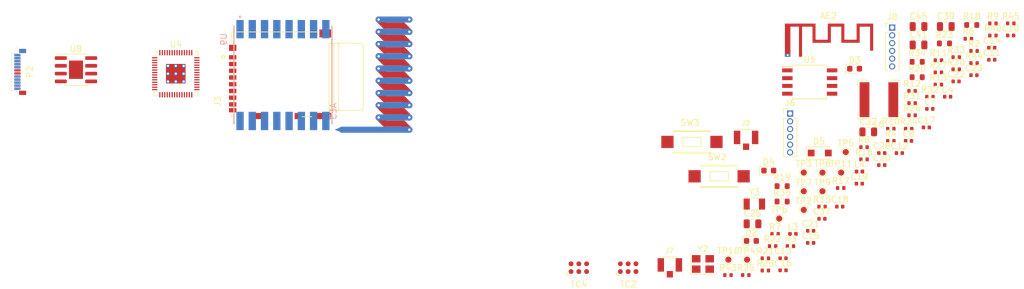
<source format=kicad_pcb>
(kicad_pcb (version 20211014) (generator pcbnew)
  (layers (0 "F.Cu" signal) (1 "In1.Cu" power) (2 "In2.Cu" power) (31 "B.Cu" signal) (34 "B.Paste" user) (35 "F.Paste" user) (36 "B.SilkS" user "B.Silkscreen") (37 "F.SilkS" user "F.Silkscreen") (38 "B.Mask" user) (39 "F.Mask" user) (44 "Edge.Cuts" user))
  (net 0 "")
  (net 1 "Net-(P2-PadA1)")
  (net 4 "Net-(P2-PadA4)")
  (net 18 "Net-(AE2-Pad1)")
  (net 19 "GND")
  (net 20 "/RF69_RF_ANT_PCB")
  (net 21 "+3V3")
  (net 22 "/LNA_IN")
  (net 23 "/XTAL_P")
  (net 24 "/RTC_XTAL_P")
  (net 25 "/RF_ANT")
  (net 26 "Net-(C21-Pad2)")
  (net 27 "/XTAL_N")
  (net 28 "/RTC_XTAL_N")
  (net 29 "/VIN")
  (net 30 "/BST")
  (net 31 "/SW")
  (net 32 "Net-(C37-Pad1)")
  (net 33 "Net-(D2-Pad1)")
  (net 34 "Net-(D3-Pad1)")
  (net 35 "Net-(D4-Pad1)")
  (net 36 "/VBAT")
  (net 37 "/RF69_RF_EXT")
  (net 38 "/SD_D2")
  (net 39 "/FSPICS0")
  (net 40 "/FSPIQ")
  (net 41 "/FSPICLK")
  (net 42 "/FSPID")
  (net 43 "/SD_D1")
  (net 44 "Net-(J3-PadSWA)")
  (net 45 "/RXD")
  (net 46 "/TXD")
  (net 48 "/CTS")
  (net 49 "/CHIP_PU")
  (net 50 "/RF_ANT_EXT")
  (net 51 "/MTCK")
  (net 52 "/MTDO")
  (net 53 "/MTMS")
  (net 54 "/MTDI")
  (net 60 "Net-(R6-Pad2)")
  (net 61 "Net-(R7-Pad2)")
  (net 62 "Net-(R8-Pad2)")
  (net 63 "/SPIHD")
  (net 64 "Net-(R9-Pad2)")
  (net 65 "/SPIWP")
  (net 66 "Net-(R10-Pad2)")
  (net 67 "/SPICLK")
  (net 68 "Net-(R11-Pad2)")
  (net 69 "/SPIQ")
  (net 70 "Net-(R12-Pad2)")
  (net 71 "/SPID")
  (net 72 "Net-(R13-Pad2)")
  (net 73 "/SPICS0")
  (net 74 "/GPIO_USB_D_N")
  (net 75 "/USB_D_N")
  (net 76 "/GPIO_USB_D_P")
  (net 77 "/USB_D_P")
  (net 78 "/LED_RED")
  (net 79 "/LED_GREEN")
  (net 80 "/PGOOD")
  (net 81 "/GPIO0_BOOTSTRAP")
  (net 82 "/GPIO45")
  (net 83 "/GPIO46")
  (net 84 "/GPIO38")
  (net 85 "/RF69_RF_ANT")
  (net 86 "/FB")
  (net 89 "/FSPICS1")
  (net 90 "/FSPICS2")
  (net 91 "/GPIO1")
  (net 92 "/GPIO2")
  (net 93 "/GPIO3")
  (net 94 "/GPIO4")
  (net 95 "/GPIO5")
  (net 96 "/GPIO6")
  (net 97 "/GPIO7")
  (net 98 "/GPIO8")
  (net 99 "/GPIO10")
  (net 100 "/GPIO11")
  (net 101 "/GPIO12")
  (net 102 "/GPIO13")
  (net 103 "/GPIO14")
  (net 104 "/GPIO_CAN_N")
  (net 105 "/GPIO_CAN_P")
  (net 106 "/GPIO21")
  (net 107 "/SPICS1")
  (net 110 "/FSPIHD")
  (footprint "Inductor_SMD:L_0402_1005Metric" (layer "F.Cu") (at 148.23 55.5)
    (fp_text reference "L3" (at 0 -1.17) (layer "F.SilkS"))
    (fp_text value "2nH")
    (pad "1" smd roundrect (at -0.485 0) (size 0.59 0.64) (layers "F.Cu" "F.Paste" "F.Mask") (net 22 "/LNA_IN"))
    (pad "2" smd roundrect (at 0.485 0) (size 0.59 0.64) (layers "F.Cu" "F.Paste" "F.Mask") (net 25 "/RF_ANT"))
  )
  (footprint "Resistor_SMD:R_0402_1005Metric" (layer "F.Cu") (at 167.67 32.13)
    (fp_text reference "R12" (at 0 -1.17) (layer "F.SilkS"))
    (fp_text value "0R")
    (pad "1" smd roundrect (at -0.51 0) (size 0.54 0.64) (layers "F.Cu" "F.Paste" "F.Mask") (net 69 "/SPIQ"))
    (pad "2" smd roundrect (at 0.51 0) (size 0.54 0.64) (layers "F.Cu" "F.Paste" "F.Mask") (net 70 "Net-(R12-Pad2)"))
  )
  (footprint "Resistor_SMD:R_0402_1005Metric" (layer "F.Cu") (at 164.2 38.31)
    (fp_text reference "R10" (at 0 -1.17) (layer "F.SilkS"))
    (fp_text value "0R")
    (pad "1" smd roundrect (at -0.51 0) (size 0.54 0.64) (layers "F.Cu" "F.Paste" "F.Mask") (net 65 "/SPIWP"))
    (pad "2" smd roundrect (at 0.51 0) (size 0.54 0.64) (layers "F.Cu" "F.Paste" "F.Mask") (net 66 "Net-(R10-Pad2)"))
  )
  (footprint "TestPoint:TestPoint_Pad_D1.0mm" (layer "F.Cu") (at 150 45.47)
    (fp_text reference "TP3" (at 0 -1.448) (layer "F.SilkS"))
    (fp_text value "VBAT_SENSE")
    (pad "1" smd circle (at 0 0) (size 1 1) (layers "F.Cu" "F.Mask") (net 84 "/GPIO38"))
  )
  (footprint "Resistor_SMD:R_0402_1005Metric" (layer "F.Cu") (at 174.87 26.61)
    (fp_text reference "R33" (at 0 -1.17) (layer "F.SilkS"))
    (fp_text value "0R")
    (pad "1" smd roundrect (at -0.51 0) (size 0.54 0.64) (layers "F.Cu" "F.Paste" "F.Mask") (net 85 "/RF69_RF_ANT"))
    (pad "2" smd roundrect (at 0.51 0) (size 0.54 0.64) (layers "F.Cu" "F.Paste" "F.Mask") (net 20 "/RF69_RF_ANT_PCB"))
  )
  (footprint "Capacitor_SMD:C_0402_1005Metric" (layer "F.Cu") (at 162.72 42.28)
    (fp_text reference "C28" (at 0 -1.16) (layer "F.SilkS"))
    (fp_text value "1uF")
    (pad "1" smd roundrect (at -0.48 0) (size 0.56 0.62) (layers "F.Cu" "F.Paste" "F.Mask") (net 21 "+3V3"))
    (pad "2" smd roundrect (at 0.48 0) (size 0.56 0.62) (layers "F.Cu" "F.Paste" "F.Mask") (net 19 "GND"))
  )
  (footprint "Crystal:Crystal_SMD_3225-4Pin_3.2x2.5mm" (layer "F.Cu") (at 133.55 60.4)
    (fp_text reference "Y2" (at 0 -2.45) (layer "F.SilkS"))
    (fp_text value "40MHZ")
    (pad "1" smd rect (at -1.1 0.85) (size 1.4 1.2) (layers "F.Cu" "F.Paste" "F.Mask") (net 23 "/XTAL_P"))
    (pad "2" smd rect (at 1.1 0.85) (size 1.4 1.2) (layers "F.Cu" "F.Paste" "F.Mask") (net 19 "GND"))
    (pad "3" smd rect (at 1.1 -0.85) (size 1.4 1.2) (layers "F.Cu" "F.Paste" "F.Mask") (net 27 "/XTAL_N"))
    (pad "4" smd rect (at -1.1 -0.85) (size 1.4 1.2) (layers "F.Cu" "F.Paste" "F.Mask") (net 19 "GND"))
  )
  (footprint "Resistor_SMD:R_0402_1005Metric" (layer "F.Cu") (at 140.54 62.22)
    (fp_text reference "R25" (at 0 -1.17) (layer "F.SilkS"))
    (fp_text value "10k")
    (pad "1" smd roundrect (at -0.51 0) (size 0.54 0.64) (layers "F.Cu" "F.Paste" "F.Mask") (net 48 "/CTS"))
    (pad "2" smd roundrect (at 0.51 0) (size 0.54 0.64) (layers "F.Cu" "F.Paste" "F.Mask") (net 81 "/GPIO0_BOOTSTRAP"))
  )
  (footprint "TestPoint:TestPoint_Pad_D1.0mm" (layer "F.Cu") (at 140.75 59.7)
    (fp_text reference "TP4" (at 0 -1.448) (layer "F.SilkS"))
    (fp_text value "3V3OUT")
    (pad "1" smd circle (at 0 0) (size 1 1) (layers "F.Cu" "F.Mask") (net 19 "GND"))
  )
  (footprint "Capacitor_SMD:C_0402_1005Metric" (layer "F.Cu") (at 152.96 53.02)
    (fp_text reference "C37" (at 0 -1.16) (layer "F.SilkS"))
    (fp_text value "1uF")
    (pad "1" smd roundrect (at -0.48 0) (size 0.56 0.62) (layers "F.Cu" "F.Paste" "F.Mask") (net 32 "Net-(C37-Pad1)"))
    (pad "2" smd roundrect (at 0.48 0) (size 0.56 0.62) (layers "F.Cu" "F.Paste" "F.Mask") (net 19 "GND"))
  )
  (footprint "TestPoint:TestPoint_Pad_D1.0mm" (layer "F.Cu") (at 150 51.57)
    (fp_text reference "TP2" (at 0 -1.448) (layer "F.SilkS"))
    (fp_text value "CHIP_PU")
    (pad "1" smd circle (at 0 0) (size 1 1) (layers "F.Cu" "F.Mask") (net 49 "/CHIP_PU"))
  )
  (footprint "Resistor_SMD:R_0402_1005Metric" (layer "F.Cu") (at 167.11 38.31)
    (fp_text reference "R24" (at 0 -1.17) (layer "F.SilkS"))
    (fp_text value "10k")
    (pad "1" smd roundrect (at -0.51 0) (size 0.54 0.64) (layers "F.Cu" "F.Paste" "F.Mask") (net 21 "+3V3"))
    (pad "2" smd roundrect (at 0.51 0) (size 0.54 0.64) (layers "F.Cu" "F.Paste" "F.Mask") (net 44 "Net-(J3-PadSWA)"))
  )
  (footprint "TestPoint:TestPoint_Pad_D1.0mm" (layer "F.Cu") (at 145.99 52.98)
    (fp_text reference "TP6" (at 0 -1.448) (layer "F.SilkS"))
    (fp_text value "MISO")
    (pad "1" smd circle (at 0 0) (size 1 1) (layers "F.Cu" "F.Mask") (net 40 "/FSPIQ"))
  )
  (footprint "Resistor_SMD:R_0402_1005Metric" (layer "F.Cu") (at 159.83 41.32)
    (fp_text reference "R8" (at 0 -1.17) (layer "F.SilkS"))
    (fp_text value "0R")
    (pad "1" smd roundrect (at -0.51 0) (size 0.54 0.64) (layers "F.Cu" "F.Paste" "F.Mask") (net 28 "/RTC_XTAL_N"))
    (pad "2" smd roundrect (at 0.51 0) (size 0.54 0.64) (layers "F.Cu" "F.Paste" "F.Mask") (net 62 "Net-(R8-Pad2)"))
  )
  (footprint "Inductor_SMD:L_0402_1005Metric" (layer "F.Cu") (at 159.08 45.3)
    (fp_text reference "L4" (at 0 -1.17) (layer "F.SilkS"))
    (fp_text value "2.2nH")
    (pad "1" smd roundrect (at -0.485 0) (size 0.59 0.64) (layers "F.Cu" "F.Paste" "F.Mask") (net 25 "/RF_ANT"))
    (pad "2" smd roundrect (at 0.485 0) (size 0.59 0.64) (layers "F.Cu" "F.Paste" "F.Mask") (net 26 "Net-(C21-Pad2)"))
  )
  (footprint "Resistor_SMD:R_0402_1005Metric" (layer "F.Cu") (at 144.92 57.49)
    (fp_text reference "R22" (at 0 -1.17) (layer "F.SilkS"))
    (fp_text value "0R")
    (pad "1" smd roundrect (at -0.51 0) (size 0.54 0.64) (layers "F.Cu" "F.Paste" "F.Mask") (net 18 "Net-(AE2-Pad1)"))
    (pad "2" smd roundrect (at 0.51 0) (size 0.54 0.64) (layers "F.Cu" "F.Paste" "F.Mask") (net 25 "/RF_ANT"))
  )
  (footprint "TestPoint:TestPoint_Pad_D1.0mm" (layer "F.Cu") (at 156.1 45.47)
    (fp_text reference "TP11" (at 0 -1.448) (layer "F.SilkS"))
    (fp_text value "CS2")
    (pad "1" smd circle (at 0 0) (size 1 1) (layers "F.Cu" "F.Mask") (net 90 "/FSPICS2"))
  )
  (footprint "Resistor_SMD:R_0603_1608Metric" (layer "F.Cu") (at 177.4 21.35)
    (fp_text reference "R18" (at 0 -1.43) (layer "F.SilkS"))
    (fp_text value "240R")
    (pad "1" smd roundrect (at -0.825 0) (size 0.8 0.95) (layers "F.Cu" "F.Paste" "F.Mask") (net 33 "Net-(D2-Pad1)"))
    (pad "2" smd roundrect (at 0.825 0) (size 0.8 0.95) (layers "F.Cu" "F.Paste" "F.Mask") (net 19 "GND"))
  )
  (footprint "Resistor_SMD:R_0402_1005Metric" (layer "F.Cu") (at 145.32 55.5)
    (fp_text reference "R7" (at 0 -1.17) (layer "F.SilkS"))
    (fp_text value "0R")
    (pad "1" smd roundrect (at -0.51 0) (size 0.54 0.64) (layers "F.Cu" "F.Paste" "F.Mask") (net 27 "/XTAL_N"))
    (pad "2" smd roundrect (at 0.51 0) (size 0.54 0.64) (layers "F.Cu" "F.Paste" "F.Mask") (net 61 "Net-(R7-Pad2)"))
  )
  (footprint "Capacitor_SMD:C_0402_1005Metric" (layer "F.Cu") (at 167.09 40.29)
    (fp_text reference "C8" (at 0 -1.16) (layer "F.SilkS"))
    (fp_text value "0.1uF")
    (pad "1" smd roundrect (at -0.48 0) (size 0.56 0.62) (layers "F.Cu" "F.Paste" "F.Mask") (net 21 "+3V3"))
    (pad "2" smd roundrect (at 0.48 0) (size 0.56 0.62) (layers "F.Cu" "F.Paste" "F.Mask") (net 19 "GND"))
  )
  (footprint "Capacitor_SMD:C_0402_1005Metric" (layer "F.Cu") (at 174.85 30.58)
    (fp_text reference "C22" (at 0 -1.16) (layer "F.SilkS"))
    (fp_text value "16pF")
    (pad "1" smd roundrect (at -0.48 0) (size 0.56 0.62) (layers "F.Cu" "F.Paste" "F.Mask") (net 27 "/XTAL_N"))
    (pad "2" smd roundrect (at 0.48 0) (size 0.56 0.62) (layers "F.Cu" "F.Paste" "F.Mask") (net 19 "GND"))
  )
  (footprint "Capacitor_SMD:C_0402_1005Metric" (layer "F.Cu") (at 170 38.09)
    (fp_text reference "C17" (at 0 -1.16) (layer "F.SilkS"))
    (fp_text value "4.6pF")
    (pad "1" smd roundrect (at -0.48 0) (size 0.56 0.62) (layers "F.Cu" "F.Paste" "F.Mask") (net 19 "GND"))
    (pad "2" smd roundrect (at 0.48 0) (size 0.56 0.62) (layers "F.Cu" "F.Paste" "F.Mask") (net 22 "/LNA_IN"))
  )
  (footprint "Capacitor_SMD:C_0402_1005Metric" (layer "F.Cu") (at 151.12 56.96)
    (fp_text reference "C15" (at 0 -1.16) (layer "F.SilkS"))
    (fp_text value "10uF")
    (pad "1" smd roundrect (at -0.48 0) (size 0.56 0.62) (layers "F.Cu" "F.Paste" "F.Mask") (net 21 "+3V3"))
    (pad "2" smd roundrect (at 0.48 0) (size 0.56 0.62) (layers "F.Cu" "F.Paste" "F.Mask") (net 19 "GND"))
  )
  (footprint "Capacitor_SMD:C_0402_1005Metric" (layer "F.Cu") (at 146.62 61.44)
    (fp_text reference "C16" (at 0 -1.16) (layer "F.SilkS"))
    (fp_text value "1uF")
    (pad "1" smd roundrect (at -0.48 0) (size 0.56 0.62) (layers "F.Cu" "F.Paste" "F.Mask") (net 21 "+3V3"))
    (pad "2" smd roundrect (at 0.48 0) (size 0.56 0.62) (layers "F.Cu" "F.Paste" "F.Mask") (net 19 "GND"))
  )
  (footprint "Connector_USB:USB_C_Plug_Molex_105444" (layer "F.Cu") (at 21.68 29.015 90)
    (fp_text reference "P2" (at 0 2.04 90) (layer "F.SilkS"))
    (fp_text value "USB_C_Plug")
    (pad "A1" smd rect (at -2.75 0.04 90) (size 0.38 1) (layers "F.Cu" "F.Paste" "F.Mask") (net 1 "Net-(P2-PadA1)"))
    (pad "A2" smd rect (at -2.25 0.04 90) (size 0.38 1) (layers "F.Cu" "F.Paste" "F.Mask"))
    (pad "A3" smd rect (at -1.75 0.04 90) (size 0.38 1) (layers "F.Cu" "F.Paste" "F.Mask"))
    (pad "A4" smd rect (at -1.25 0.04 90) (size 0.38 1) (layers "F.Cu" "F.Paste" "F.Mask") (net 4 "Net-(P2-PadA4)"))
    (pad "A5" smd rect (at -0.75 0.04 90) (size 0.38 1) (layers "F.Cu" "F.Paste" "F.Mask"))
    (pad "A6" smd rect (at -0.25 0.04 90) (size 0.38 1) (layers "F.Cu" "F.Paste" "F.Mask"))
    (pad "A7" smd rect (at 0.25 0.04 90) (size 0.38 1) (layers "F.Cu" "F.Paste" "F.Mask"))
    (pad "A8" smd rect (at 0.75 0.04 90) (size 0.38 1) (layers "F.Cu" "F.Paste" "F.Mask"))
    (pad "A9" smd rect (at 1.25 0.04 90) (size 0.38 1) (layers "F.Cu" "F.Paste" "F.Mask") (net 4 "Net-(P2-PadA4)"))
    (pad "A10" smd rect (at 1.75 0.04 90) (size 0.38 1) (layers "F.Cu" "F.Paste" "F.Mask"))
    (pad "A11" smd rect (at 2.25 0.04 90) (size 0.38 1) (layers "F.Cu" "F.Paste" "F.Mask"))
    (pad "A12" smd rect (at 2.75 0.04 90) (size 0.38 1) (layers "F.Cu" "F.Paste" "F.Mask") (net 1 "Net-(P2-PadA1)"))
    (pad "B1" smd rect (at 2.75 0.04 90) (size 0.38 1) (layers "B.Cu" "B.Paste" "B.Mask") (net 1 "Net-(P2-PadA1)"))
    (pad "B2" smd rect (at 2.25 0.04 90) (size 0.38 1) (layers "B.Cu" "B.Paste" "B.Mask"))
    (pad "B3" smd rect (at 1.75 0.04 90) (size 0.38 1) (layers "B.Cu" "B.Paste" "B.Mask"))
    (pad "B4" smd rect (at 1.25 0.04 90) (size 0.38 1) (layers "B.Cu" "B.Paste" "B.Mask") (net 4 "Net-(P2-PadA4)"))
    (pad "B5" smd rect (at 0.75 0.04 90) (size 0.38 1) (layers "B.Cu" "B.Paste" "B.Mask"))
    (pad "B8" smd rect (at -0.75 0.04 90) (size 0.38 1) (layers "B.Cu" "B.Paste" "B.Mask"))
    (pad "B9" smd rect (at -1.25 0.04 90) (size 0.38 1) (layers "B.Cu" "B.Paste" "B.Mask") (net 4 "Net-(P2-PadA4)"))
    (pad "B10" smd rect (at -1.75 0.04 90) (size 0.38 1) (layers "B.Cu" "B.Paste" "B.Mask"))
    (pad "B11" smd rect (at -2.25 0.04 90) (size 0.38 1) (layers "B.Cu" "B.Paste" "B.Mask"))
    (pad "B12" smd rect (at -2.75 0.04 90) (size 0.38 1) (layers "B.Cu" "B.Paste" "B.Mask") (net 1 "Net-(P2-PadA1)"))
    (pad "S1" smd rect (at 3.42 0.88 90) (size 0.7 1.15) (layers "B.Cu" "B.Paste" "B.Mask"))
    (pad "S1" smd rect (at -3.42 0.88 90) (size 0.7 1.15) (layers "F.Cu" "F.Paste" "F.Mask"))
  )
  (footprint "Capacitor_SMD:C_0805_2012Metric" (layer "F.Cu") (at 160.52 38.82)
    (fp_text reference "C32" (at 0 -1.68) (layer "F.SilkS"))
    (fp_text value "0.1uF")
    (pad "1" smd roundrect (at -0.95 0) (size 1 1.45) (layers "F.Cu" "F.Paste" "F.Mask") (net 30 "/BST"))
    (pad "2" smd roundrect (at 0.95 0) (size 1 1.45) (layers "F.Cu" "F.Paste" "F.Mask") (net 31 "/SW"))
  )
  (footprint "Capacitor_SMD:C_0402_1005Metric" (layer "F.Cu") (at 165.59 42.28)
    (fp_text reference "C12" (at 0 -1.16) (layer "F.SilkS"))
    (fp_text value "10uF")
    (pad "1" smd roundrect (at -0.48 0) (size 0.56 0.62) (layers "F.Cu" "F.Paste" "F.Mask") (net 21 "+3V3"))
    (pad "2" smd roundrect (at 0.48 0) (size 0.56 0.62) (layers "F.Cu" "F.Paste" "F.Mask") (net 19 "GND"))
  )
  (footprint "LED_SMD:LED_0603_1608Metric" (layer "F.Cu") (at 158.29 28.49)
    (fp_text reference "D3" (at 0 -1.43) (layer "F.SilkS"))
    (fp_text value "RED")
    (pad "1" smd roundrect (at -0.7875 0) (size 0.875 0.95) (layers "F.Cu" "F.Paste" "F.Mask") (net 34 "Net-(D3-Pad1)"))
    (pad "2" smd roundrect (at 0.7875 0) (size 0.875 0.95) (layers "F.Cu" "F.Paste" "F.Mask") (net 21 "+3V3"))
  )
  (footprint "Capacitor_SMD:C_0402_1005Metric" (layer "F.Cu") (at 170.56 35.06)
    (fp_text reference "C7" (at 0 -1.16) (layer "F.SilkS"))
    (fp_text value "0.1uF")
    (pad "1" smd roundrect (at -0.48 0) (size 0.56 0.62) (layers "F.Cu" "F.Paste" "F.Mask") (net 21 "+3V3"))
    (pad "2" smd roundrect (at 0.48 0) (size 0.56 0.62) (layers "F.Cu" "F.Paste" "F.Mask") (net 19 "GND"))
  )
  (footprint "Connector:Tag-Connect_TC2030-IDC-NL_2x03_P1.27mm_Vertical" (layer "F.Cu") (at 113.3 61.01)
    (fp_text reference "TC4" (at 0 2.7) (layer "F.SilkS"))
    (fp_text value "TC2030-IDC")
    (pad "" np_thru_hole circle (at 2.54 1.016) (size 0.9906 0.9906) (drill 0.9906) (layers *.Cu *.Mask))
    (pad "" np_thru_hole circle (at 2.54 -1.016) (size 0.9906 0.9906) (drill 0.9906) (layers *.Cu *.Mask))
    (pad "" np_thru_hole circle (at -2.54 0) (size 0.9906 0.9906) (drill 0.9906) (layers *.Cu *.Mask))
    (pad "1" connect circle (at -1.27 0.635) (size 0.7874 0.7874) (layers "F.Cu" "F.Mask"))
    (pad "2" connect circle (at -1.27 -0.635) (size 0.7874 0.7874) (layers "F.Cu" "F.Mask") (net 53 "/MTMS"))
    (pad "3" connect circle (at 0 0.635) (size 0.7874 0.7874) (layers "F.Cu" "F.Mask") (net 54 "/MTDI"))
    (pad "4" connect circle (at 0 -0.635) (size 0.7874 0.7874) (layers "F.Cu" "F.Mask") (net 51 "/MTCK"))
    (pad "5" connect circle (at 1.27 0.635) (size 0.7874 0.7874) (layers "F.Cu" "F.Mask") (net 19 "GND"))
    (pad "6" connect circle (at 1.27 -0.635) (size 0.7874 0.7874) (layers "F.Cu" "F.Mask") (net 52 "/MTDO"))
  )
  (footprint "Resistor_SMD:R_0402_1005Metric" (layer "F.Cu") (at 177.78 27.58)
    (fp_text reference "R44" (at 0 -1.17) (layer "F.SilkS"))
    (fp_text value "10k")
    (pad "1" smd roundrect (at -0.51 0) (size 0.54 0.64) (layers "F.Cu" "F.Paste" "F.Mask") (net 21 "+3V3"))
    (pad "2" smd roundrect (at 0.51 0) (size 0.54 0.64) (layers "F.Cu" "F.Paste" "F.Mask") (net 43 "/SD_D1"))
  )
  (footprint "Resistor_SMD:R_0402_1005Metric" (layer "F.Cu") (at 183.77 21.09)
    (fp_text reference "R45" (at 0 -1.17) (layer "F.SilkS"))
    (fp_text value "10k")
    (pad "1" smd roundrect (at -0.51 0) (size 0.54 0.64) (layers "F.Cu" "F.Paste" "F.Mask") (net 21 "+3V3"))
    (pad "2" smd roundrect (at 0.51 0) (size 0.54 0.64) (layers "F.Cu" "F.Paste" "F.Mask") (net 38 "/SD_D2"))
  )
  (footprint "Capacitor_SMD:C_0805_2012Metric" (layer "F.Cu") (at 141.64 53.84)
    (fp_text reference "C25" (at 0 -1.68) (layer "F.SilkS"))
    (fp_text value "10uF")
    (pad "1" smd roundrect (at -0.95 0) (size 1 1.45) (layers "F.Cu" "F.Paste" "F.Mask") (net 19 "GND"))
    (pad "2" smd roundrect (at 0.95 0) (size 1 1.45) (layers "F.Cu" "F.Paste" "F.Mask") (net 29 "/VIN"))
  )
  (footprint "Diode_SMD:D_SOD-123F" (layer "F.Cu") (at 152.605 42.27)
    (fp_text reference "D5" (at -0.127 -1.905) (layer "F.SilkS"))
    (fp_text value "D_Small")
    (pad "1" smd rect (at -1.4 0) (size 1.1 1.1) (layers "F.Cu" "F.Paste" "F.Mask") (net 29 "/VIN"))
    (pad "2" smd rect (at 1.4 0) (size 1.1 1.1) (layers "F.Cu" "F.Paste" "F.Mask") (net 36 "/VBAT"))
  )
  (footprint "Resistor_SMD:R_0402_1005Metric" (layer "F.Cu") (at 167.67 36.11)
    (fp_text reference "R26" (at 0 -1.17) (layer "F.SilkS"))
    (fp_text value "10k")
    (pad "1" smd roundrect (at -0.51 0) (size 0.54 0.64) (layers "F.Cu" "F.Paste" "F.Mask") (net 82 "/GPIO45"))
    (pad "2" smd roundrect (at 0.51 0) (size 0.54 0.64) (layers "F.Cu" "F.Paste" "F.Mask") (net 19 "GND"))
  )
  (footprint "Resistor_SMD:R_0402_1005Metric" (layer "F.Cu") (at 137.63 62.22)
    (fp_text reference "R43" (at 0 -1.17) (layer "F.SilkS"))
    (fp_text value "10k")
    (pad "1" smd roundrect (at -0.51 0) (size 0.54 0.64) (layers "F.Cu" "F.Paste" "F.Mask") (net 21 "+3V3"))
    (pad "2" smd roundrect (at 0.51 0) (size 0.54 0.64) (layers "F.Cu" "F.Paste" "F.Mask") (net 40 "/FSPIQ"))
  )
  (footprint "Capacitor_SMD:C_0402_1005Metric" (layer "F.Cu") (at 146.62 59.47)
    (fp_text reference "C13" (at 0 -1.16) (layer "F.SilkS"))
    (fp_text value "1uF")
    (pad "1" smd roundrect (at -0.48 0) (size 0.56 0.62) (layers "F.Cu" "F.Paste" "F.Mask") (net 21 "+3V3"))
    (pad "2" smd roundrect (at 0.48 0) (size 0.56 0.62) (layers "F.Cu" "F.Paste" "F.Mask") (net 19 "GND"))
  )
  (footprint "Resistor_SMD:R_0402_1005Metric" (layer "F.Cu") (at 180.86 21.09)
    (fp_text reference "R9" (at 0 -1.17) (layer "F.SilkS"))
    (fp_text value "0R")
    (pad "1" smd roundrect (at -0.51 0) (size 0.54 0.64) (layers "F.Cu" "F.Paste" "F.Mask") (net 63 "/SPIHD"))
    (pad "2" smd roundrect (at 0.51 0) (size 0.54 0.64) (layers "F.Cu" "F.Paste" "F.Mask") (net 64 "Net-(R9-Pad2)"))
  )
  (footprint "TestPoint:TestPoint_Pad_D1.0mm" (layer "F.Cu") (at 150 48.52)
    (fp_text reference "TP7" (at 0 -1.448) (layer "F.SilkS"))
    (fp_text value "3V3OUT")
    (pad "1" smd circle (at 0 0) (size 1 1) (layers "F.Cu" "F.Mask") (net 21 "+3V3"))
  )
  (footprint "Resistor_SMD:R_0402_1005Metric" (layer "F.Cu") (at 152.98 51.04)
    (fp_text reference "R15" (at 0 -1.17) (layer "F.SilkS"))
    (fp_text value "100k")
    (pad "1" smd roundrect (at -0.51 0) (size 0.54 0.64) (layers "F.Cu" "F.Paste" "F.Mask") (net 21 "+3V3"))
    (pad "2" smd roundrect (at 0.51 0) (size 0.54 0.64) (layers "F.Cu" "F.Paste" "F.Mask") (net 73 "/SPICS0"))
  )
  (footprint "ConeCodes:SW_RS-032G05A3-SMRT" (layer "F.Cu") (at 131.7585 40.4585)
    (fp_text reference "SW3" (at -0.32559 -3.14077) (layer "F.SilkS") (effects (font (size 1.001843 1.001843))))
    (fp_text value "SW_Push")
    (pad "1" smd rect (at -4 0) (size 2 2) (layers "F.Cu" "F.Paste" "F.Mask") (net 81 "/GPIO0_BOOTSTRAP"))
    (pad "2" smd rect (at 4 0) (size 2 2) (layers "F.Cu" "F.Paste" "F.Mask") (net 19 "GND"))
  )
  (footprint "Resistor_SMD:R_0402_1005Metric" (layer "F.Cu") (at 147.83 57.49)
    (fp_text reference "R3" (at 0 -1.17) (layer "F.SilkS"))
    (fp_text value "R_Small")
    (pad "1" smd roundrect (at -0.51 0) (size 0.54 0.64) (layers "F.Cu" "F.Paste" "F.Mask"))
    (pad "2" smd roundrect (at 0.51 0) (size 0.54 0.64) (layers "F.Cu" "F.Paste" "F.Mask"))
  )
  (footprint "Resistor_SMD:R_0402_1005Metric" (layer "F.Cu") (at 180.86 23.08)
    (fp_text reference "R40" (at 0 -1.17) (layer "F.SilkS"))
    (fp_text value "10k")
    (pad "1" smd roundrect (at -0.51 0) (size 0.54 0.64) (layers "F.Cu" "F.Paste" "F.Mask") (net 21 "+3V3"))
    (pad "2" smd roundrect (at 0.51 0) (size 0.54 0.64) (layers "F.Cu" "F.Paste" "F.Mask") (net 42 "/FSPID"))
  )
  (footprint "Resistor_SMD:R_0402_1005Metric" (layer "F.Cu") (at 177.78 25.59)
    (fp_text reference "R2" (at 0 -1.17) (layer "F.SilkS"))
    (fp_text value "R_Small")
    (pad "1" smd roundrect (at -0.51 0) (size 0.54 0.64) (layers "F.Cu" "F.Paste" "F.Mask"))
    (pad "2" smd roundrect (at 0.51 0) (size 0.54 0.64) (layers "F.Cu" "F.Paste" "F.Mask"))
  )
  (footprint "Resistor_SMD:R_0402_1005Metric" (layer "F.Cu") (at 143.73 59.48)
    (fp_text reference "R21" (at 0 -1.17) (layer "F.SilkS"))
    (fp_text value "DNP")
    (pad "1" smd roundrect (at -0.51 0) (size 0.54 0.64) (layers "F.Cu" "F.Paste" "F.Mask") (net 24 "/RTC_XTAL_P"))
    (pad "2" smd roundrect (at 0.51 0) (size 0.54 0.64) (layers "F.Cu" "F.Paste" "F.Mask") (net 28 "/RTC_XTAL_N"))
  )
  (footprint "Resistor_SMD:R_0402_1005Metric" (layer "F.Cu") (at 171.96 27.11)
    (fp_text reference "R11" (at 0 -1.17) (layer "F.SilkS"))
    (fp_text value "0R")
    (pad "1" smd roundrect (at -0.51 0) (size 0.54 0.64) (layers "F.Cu" "F.Paste" "F.Mask") (net 67 "/SPICLK"))
    (pad "2" smd roundrect (at 0.51 0) (size 0.54 0.64) (layers "F.Cu" "F.Paste" "F.Mask") (net 68 "Net-(R11-Pad2)"))
  )
  (footprint "Capacitor_SMD:C_0402_1005Metric" (layer "F.Cu") (at 173.47 33.07)
    (fp_text reference "C4" (at 0 -1.16) (layer "F.SilkS"))
    (fp_text value "0.1uF")
    (pad "1" smd roundrect (at -0.48 0) (size 0.56 0.62) (layers "F.Cu" "F.Paste" "F.Mask") (net 21 "+3V3"))
    (pad "2" smd roundrect (at 0.48 0) (size 0.56 0.62) (layers "F.Cu" "F.Paste" "F.Mask") (net 19 "GND"))
  )
  (footprint "Resistor_SMD:R_0402_1005Metric" (layer "F.Cu") (at 176.85 23.6)
    (fp_text reference "R6" (at 0 -1.17) (layer "F.SilkS"))
    (fp_text value "499R")
    (pad "1" smd roundrect (at -0.51 0) (size 0.54 0.64) (layers "F.Cu" "F.Paste" "F.Mask") (net 45 "/RXD"))
    (pad "2" smd roundrect (at 0.51 0) (size 0.54 0.64) (layers "F.Cu" "F.Paste" "F.Mask") (net 60 "Net-(R6-Pad2)"))
  )
  (footprint "Resistor_SMD:R_0603_1608Metric" (layer "F.Cu") (at 172.95 24.36)
    (fp_text reference "R23" (at 0 -1.43) (layer "F.SilkS"))
    (fp_text value "10k")
    (pad "1" smd roundrect (at -0.825 0) (size 0.8 0.95) (layers "F.Cu" "F.Paste" "F.Mask") (net 29 "/VIN"))
    (pad "2" smd roundrect (at 0.825 0) (size 0.8 0.95) (layers "F.Cu" "F.Paste" "F.Mask") (net 80 "/PGOOD"))
  )
  (footprint "TestPoint:TestPoint_Pad_D1.0mm" (layer "F.Cu") (at 153.05 45.47)
    (fp_text reference "TP8" (at 0 -1.448) (layer "F.SilkS"))
    (fp_text value "SCLK")
    (pad "1" smd circle (at 0 0) (size 1 1) (layers "F.Cu" "F.Mask") (net 41 "/FSPICLK"))
  )
  (footprint "Resistor_SMD:R_0603_1608Metric" (layer "F.Cu") (at 168.5 29.88)
    (fp_text reference "R20" (at 0 -1.43) (layer "F.SilkS"))
    (fp_text value "240R")
    (pad "1" smd roundrect (at -0.825 0) (size 0.8 0.95) (layers "F.Cu" "F.Paste" "F.Mask") (net 35 "Net-(D4-Pad1)"))
    (pad "2" smd roundrect (at 0.825 0) (size 0.8 0.95) (layers "F.Cu" "F.Paste" "F.Mask") (net 79 "/LED_GREEN"))
  )
  (footprint "LED_SMD:LED_0603_1608Metric" (layer "F.Cu") (at 141.46 56.64)
    (fp_text reference "D2" (at 0 -1.43) (layer "F.SilkS"))
    (fp_text value "GRN")
    (pad "1" smd roundrect (at -0.7875 0) (size 0.875 0.95) (layers "F.Cu" "F.Paste" "F.Mask") (net 33 "Net-(D2-Pad1)"))
    (pad "2" smd roundrect (at 0.7875 0) (size 0.875 0.95) (layers "F.Cu" "F.Paste" "F.Mask") (net 21 "+3V3"))
  )
  (footprint "Package_SO:SOIC-8-1EP_3.9x4.9mm_P1.27mm_EP2.29x3mm" (layer "F.Cu") (at 31.27 28.66)
    (fp_text reference "U8" (at 0 -3.4) (layer "F.SilkS"))
    (fp_text value "ADP2303ARDZ-3.3")
    (pad "1" smd roundrect (at -2.475 -1.905) (size 1.95 0.6) (layers "F.Cu" "F.Paste" "F.Mask") (net 30 "/BST"))
    (pad "2" smd roundrect (at -2.475 -0.635) (size 1.95 0.6) (layers "F.Cu" "F.Paste" "F.Mask") (net 29 "/VIN"))
    (pad "3" smd roundrect (at -2.475 0.635) (size 1.95 0.6) (layers "F.Cu" "F.Paste" "F.Mask") (net 29 "/VIN"))
    (pad "4" smd roundrect (at -2.475 1.905) (size 1.95 0.6) (layers "F.Cu" "F.Paste" "F.Mask") (net 80 "/PGOOD"))
    (pad "5" smd roundrect (at 2.475 1.905) (size 1.95 0.6) (layers "F.Cu" "F.Paste" "F.Mask") (net 86 "/FB"))
    (pad "6" smd roundrect (at 2.475 0.635) (size 1.95 0.6) (layers "F.Cu" "F.Paste" "F.Mask"))
    (pad "7" smd roundrect (at 2.475 -0.635) (size 1.95 0.6) (layers "F.Cu" "F.Paste" "F.Mask") (net 19 "GND"))
    (pad "8" smd roundrect (at 2.475 -1.905) (size 1.95 0.6) (layers "F.Cu" "F.Paste" "F.Mask") (net 31 "/SW"))
    (pad "9" smd rect (at 0 0) (size 2.29 3) (layers "F.Cu" "F.Mask") (net 19 "GND"))
  )
  (footprint "Resistor_SMD:R_0402_1005Metric" (layer "F.Cu") (at 170.58 33.08)
    (fp_text reference "R32" (at 0 -1.17) (layer "F.SilkS"))
    (fp_text value "0R")
    (pad "1" smd roundrect (at -0.51 0) (size 0.54 0.64) (layers "F.Cu" "F.Paste" "F.Mask") (net 85 "/RF69_RF_ANT"))
    (pad "2" smd roundrect (at 0.51 0) (size 0.54 0.64) (layers "F.Cu" "F.Paste" "F.Mask") (net 37 "/RF69_RF_EXT"))
  )
  (footprint "Resistor_SMD:R_0402_1005Metric" (layer "F.Cu") (at 171.96 31.09)
    (fp_text reference "R13" (at 0 -1.17) (layer "F.SilkS"))
    (fp_text value "0R")
    (pad "1" smd roundrect (at -0.51 0) (size 0.54 0.64) (layers "F.Cu" "F.Paste" "F.Mask") (net 71 "/SPID"))
    (pad "2" smd roundrect (at 0.51 0) (size 0.54 0.64) (layers "F.Cu" "F.Paste" "F.Mask") (net 72 "Net-(R13-Pad2)"))
  )
  (footprint "Package_SO:SOIC-8W_5.3x5.3mm_P1.27mm" (layer "F.Cu") (at 150.97 30.67)
    (fp_text reference "U5" (at 0 -3.68) (layer "F.SilkS"))
    (fp_text value "W25Q128JVS")
    (pad "1" smd rect (at -3.65 -1.905) (size 1.7 0.65) (layers "F.Cu" "F.Paste" "F.Mask") (net 73 "/SPICS0"))
    (pad "2" smd rect (at -3.65 -0.635) (size 1.7 0.65) (layers "F.Cu" "F.Paste" "F.Mask") (net 69 "/SPIQ"))
    (pad "3" smd rect (at -3.65 0.635) (size 1.7 0.65) (layers "F.Cu" "F.Paste" "F.Mask") (net 65 "/SPIWP"))
    (pad "4" smd rect (at -3.65 1.905) (size 1.7 0.65) (layers "F.Cu" "F.Paste" "F.Mask") (net 19 "GND"))
    (pad "5" smd rect (at 3.65 1.905) (size 1.7 0.65) (layers "F.Cu" "F.Paste" "F.Mask") (net 71 "/SPID"))
    (pad "6" smd rect (at 3.65 0.635) (size 1.7 0.65) (layers "F.Cu" "F.Paste" "F.Mask") (net 67 "/SPICLK"))
    (pad "7" smd rect (at 3.65 -0.635) (size 1.7 0.65) (layers "F.Cu" "F.Paste" "F.Mask") (net 63 "/SPIHD"))
    (pad "8" smd rect (at 3.65 -1.905) (size 1.7 0.65) (layers "F.Cu" "F.Paste" "F.Mask") (net 21 "+3V3"))
  )
  (footprint "ConeCodes:HRS_DM3AT-SF-PEJM5" (layer "F.Cu") (at 56.835 29.83 90)
    (fp_text reference "J3" (at -3.98677 -2.43602 90) (layer "F.SilkS") (effects (font (size 1.001528 1.001528))))
    (fp_text value "DM3AT-SF-PEJM5")
    (pad "1" smd rect (at 3.2 0 90) (size 0.7 1.2) (layers "F.Cu" "F.Paste" "F.Mask") (net 38 "/SD_D2"))
    (pad "2" smd rect (at 2.1 0 90) (size 0.7 1.2) (layers "F.Cu" "F.Paste" "F.Mask") (net 39 "/FSPICS0"))
    (pad "3" smd rect (at 1 0 90) (size 0.7 1.2) (layers "F.Cu" "F.Paste" "F.Mask") (net 40 "/FSPIQ"))
    (pad "4" smd rect (at -0.1 0 90) (size 0.7 1.2) (layers "F.Cu" "F.Paste" "F.Mask") (net 21 "+3V3"))
    (pad "5" smd rect (at -1.2 0 90) (size 0.7 1.2) (layers "F.Cu" "F.Paste" "F.Mask") (net 41 "/FSPICLK"))
    (pad "6" smd rect (at -2.3 0 90) (size 0.7 1.2) (layers "F.Cu" "F.Paste" "F.Mask") (net 19 "GND"))
    (pad "7" smd rect (at -3.4 0 90) (size 0.7 1.2) (layers "F.Cu" "F.Paste" "F.Mask") (net 42 "/FSPID"))
    (pad "8" smd rect (at -4.5 0 90) (size 0.7 1.2) (layers "F.Cu" "F.Paste" "F.Mask") (net 43 "/SD_D1"))
    (pad "P1" smd rect (at 7.1 15.1 90) (size 1.3 1.9) (layers "F.Cu" "F.Paste" "F.Mask") (net 19 "GND"))
    (pad "P1" smd rect (at -6.4 14.65 90) (size 1 2.8) (layers "F.Cu" "F.Paste" "F.Mask") (net 19 "GND"))
    (pad "P1" smd rect (at 4.75 0 90) (size 1 1.2) (layers "F.Cu" "F.Paste" "F.Mask") (net 19 "GND"))
    (pad "P1" smd rect (at -6.4 4.3 90) (size 1 1.2) (layers "F.Cu" "F.Paste" "F.Mask") (net 19 "GND"))
    (pad "SWA" smd rect (at -6.4 10.5 90) (size 1 0.8) (layers "F.Cu" "F.Paste" "F.Mask") (net 44 "Net-(J3-PadSWA)"))
    (pad "SWB" smd rect (at -5.45 0 90) (size 0.7 1.2) (layers "F.Cu" "F.Paste" "F.Mask") (net 19 "GND"))
  )
  (footprint "ConeCodes:SW_RS-032G05A3-SMRT" (layer "F.Cu") (at 136.1885 46.0785)
    (fp_text reference "SW2" (at -0.32559 -3.14077) (layer "F.SilkS") (effects (font (size 1.001843 1.001843))))
    (fp_text value "SW_Push")
    (pad "1" smd rect (at -4 0) (size 2 2) (layers "F.Cu" "F.Paste" "F.Mask") (net 49 "/CHIP_PU"))
    (pad "2" smd rect (at 4 0) (size 2 2) (layers "F.Cu" "F.Paste" "F.Mask") (net 32 "Net-(C37-Pad1)"))
  )
  (footprint "Capacitor_SMD:C_0805_2012Metric" (layer "F.Cu") (at 168.72 21.6)
    (fp_text reference "C45" (at 0 -1.68) (layer "F.SilkS"))
    (fp_text value "10uF")
    (pad "1" smd roundrect (at -0.95 0) (size 1 1.45) (layers "F.Cu" "F.Paste" "F.Mask") (net 19 "GND"))
    (pad "2" smd roundrect (at 0.95 0) (size 1 1.45) (layers "F.Cu" "F.Paste" "F.Mask") (net 21 "+3V3"))
  )
  (footprint "Resistor_SMD:R_0402_1005Metric" (layer "F.Cu") (at 171.96 29.1)
    (fp_text reference "R27" (at 0 -1.17) (layer "F.SilkS"))
    (fp_text value "10k")
    (pad "1" smd roundrect (at -0.51 0) (size 0.54 0.64) (layers "F.Cu" "F.Paste" "F.Mask") (net 83 "/GPIO46"))
    (pad "2" smd roundrect (at 0.51 0) (size 0.54 0.64) (layers "F.Cu" "F.Paste" "F.Mask") (net 19 "GND"))
  )
  (footprint "Connector_PinHeader_1.27mm:PinHeader_1x06_P1.27mm_Vertical" (layer "F.Cu") (at 164.42 21.77)
    (fp_text reference "J8" (at 0 -1.695) (layer "F.SilkS"))
    (fp_text value "JTAG")
    (pad "1" thru_hole rect (at 0 0) (size 1 1) (drill 0.65) (layers *.Cu *.Mask) (net 51 "/MTCK"))
    (pad "2" thru_hole oval (at 0 1.27) (size 1 1) (drill 0.65) (layers *.Cu *.Mask) (net 52 "/MTDO"))
    (pad "3" thru_hole oval (at 0 2.54) (size 1 1) (drill 0.65) (layers *.Cu *.Mask) (net 53 "/MTMS"))
    (pad "4" thru_hole oval (at 0 3.81) (size 1 1) (drill 0.65) (layers *.Cu *.Mask) (net 54 "/MTDI"))
    (pad "5" thru_hole oval (at 0 5.08) (size 1 1) (drill 0.65) (layers *.Cu *.Mask) (net 19 "GND"))
    (pad "6" thru_hole oval (at 0 6.35) (size 1 1) (drill 0.65) (layers *.Cu *.Mask))
  )
  (footprint "ConeCodes:QFN-56" (layer "F.Cu") (at 47.55 29.31)
    (fp_text reference "U4" (at 0 -4.82) (layer "F.SilkS"))
    (fp_text value "ESP32-S3R2")
    (pad "1" smd roundrect (at -3.4375 -2.6) (size 0.875 0.2) (layers "F.Cu" "F.Paste" "F.Mask") (net 22 "/LNA_IN"))
    (pad "2" smd roundrect (at -3.4375 -2.2) (size 0.875 0.2) (layers "F.Cu" "F.Paste" "F.Mask") (net 21 "+3V3"))
    (pad "3" smd roundrect (at -3.4375 -1.8) (size 0.875 0.2) (layers "F.Cu" "F.Paste" "F.Mask") (net 21 "+3V3"))
    (pad "4" smd roundrect (at -3.4375 -1.4) (size 0.875 0.2) (layers "F.Cu" "F.Paste" "F.Mask") (net 49 "/CHIP_PU"))
    (pad "5" smd roundrect (at -3.4375 -1) (size 0.875 0.2) (layers "F.Cu" "F.Paste" "F.Mask") (net 48 "/CTS"))
    (pad "6" smd roundrect (at -3.4375 -0.6) (size 0.875 0.2) (layers "F.Cu" "F.Paste" "F.Mask") (net 91 "/GPIO1"))
    (pad "7" smd roundrect (at -3.4375 -0.2) (size 0.875 0.2) (layers "F.Cu" "F.Paste" "F.Mask") (net 92 "/GPIO2"))
    (pad "8" smd roundrect (at -3.4375 0.2) (size 0.875 0.2) (layers "F.Cu" "F.Paste" "F.Mask") (net 93 "/GPIO3"))
    (pad "9" smd roundrect (at -3.4375 0.6) (size 0.875 0.2) (layers "F.Cu" "F.Paste" "F.Mask") (net 94 "/GPIO4"))
    (pad "10" smd roundrect (at -3.4375 1) (size 0.875 0.2) (layers "F.Cu" "F.Paste" "F.Mask") (net 95 "/GPIO5"))
    (pad "11" smd roundrect (at -3.4375 1.4) (size 0.875 0.2) (layers "F.Cu" "F.Paste" "F.Mask") (net 96 "/GPIO6"))
    (pad "12" smd roundrect (at -3.4375 1.8) (size 0.875 0.2) (layers "F.Cu" "F.Paste" "F.Mask") (net 97 "/GPIO7"))
    (pad "13" smd roundrect (at -3.4375 2.2) (size 0.875 0.2) (layers "F.Cu" "F.Paste" "F.Mask") (net 98 "/GPIO8"))
    (pad "14" smd roundrect (at -3.4375 2.6) (size 0.875 0.2) (layers "F.Cu" "F.Paste" "F.Mask") (net 89 "/FSPICS1"))
    (pad "15" smd roundrect (at -2.6 3.4375) (size 0.2 0.875) (layers "F.Cu" "F.Paste" "F.Mask") (net 99 "/GPIO10"))
    (pad "16" smd roundrect (at -2.2 3.4375) (size 0.2 0.875) (layers "F.Cu" "F.Paste" "F.Mask") (net 100 "/GPIO11"))
    (pad "17" smd roundrect (at -1.8 3.4375) (size 0.2 0.875) (layers "F.Cu" "F.Paste" "F.Mask") (net 101 "/GPIO12"))
    (pad "18" smd roundrect (at -1.4 3.4375) (size 0.2 0.875) (layers "F.Cu" "F.Paste" "F.Mask") (net 102 "/GPIO13"))
    (pad "19" smd roundrect (at -1 3.4375) (size 0.2 0.875) (layers "F.Cu" "F.Paste" "F.Mask") (net 103 "/GPIO14"))
    (pad "20" smd roundrect (at -0.6 3.4375) (size 0.2 0.875) (layers "F.Cu" "F.Paste" "F.Mask") (net 21 "+3V3"))
    (pad "21" smd roundrect (at -0.2 3.4375) (size 0.2 0.875) (layers "F.Cu" "F.Paste" "F.Mask") (net 24 "/RTC_XTAL_P"))
    (pad "22" smd roundrect (at 0.2 3.4375) (size 0.2 0.875) (layers "F.Cu" "F.Paste" "F.Mask") (net 62 "Net-(R8-Pad2)"))
    (pad "23" smd roundrect (at 0.6 3.4375) (size 0.2 0.875) (layers "F.Cu" "F.Paste" "F.Mask") (net 104 "/GPIO_CAN_N"))
    (pad "24" smd roundrect (at 1 3.4375) (size 0.2 0.875) (layers "F.Cu" "F.Paste" "F.Mask") (net 105 "/GPIO_CAN_P"))
    (pad "25" smd roundrect (at 1.4 3.4375) (size 0.2 0.875) (layers "F.Cu" "F.Paste" "F.Mask") (net 74 "/GPIO_USB_D_N"))
    (pad "26" smd roundrect (at 1.8 3.4375) (size 0.2 0.875) (layers "F.Cu" "F.Paste" "F.Mask") (net 76 "/GPIO_USB_D_P"))
    (pad "27" smd roundrect (at 2.2 3.4375) (size 0.2 0.875) (layers "F.Cu" "F.Paste" "F.Mask") (net 106 "/GPIO21"))
    (pad "28" smd roundrect (at 2.6 3.4375) (size 0.2 0.875) (layers "F.Cu" "F.Paste" "F.Mask") (net 107 "/SPICS1"))
    (pad "29" smd roundrect (at 3.4375 2.6) (size 0.875 0.2) (layers "F.Cu" "F.Paste" "F.Mask") (net 21 "+3V3"))
    (pad "30" smd roundrect (at 3.4375 2.2) (size 0.875 0.2) (layers "F.Cu" "F.Paste" "F.Mask") (net 64 "Net-(R9-Pad2)"))
    (pad "31" smd roundrect (at 3.4375 1.8) (size 0.875 0.2) (layers "F.Cu" "F.Paste" "F.Mask") (net 66 "Net-(R10-Pad2)"))
    (pad "32" smd roundrect (at 3.4375 1.4) (size 0.875 0.2) (layers "F.Cu" "F.Paste" "F.Mask") (net 73 "/SPICS0"))
    (pad "33" smd roundrect (at 3.4375 1) (size 0.875 0.2) (layers "F.Cu" "F.Paste" "F.Mask") (net 68 "Net-(R11-Pad2)"))
    (pad "34" smd roundrect (at 3.4375 0.6) (size 0.875 0.2) (layers "F.Cu" "F.Paste" "F.Mask") (net 70 "Net-(R12-Pad2)"))
    (pad "35" smd roundrect (at 3.4375 0.2) (size 0.875 0.2) (layers "F.Cu" "F.Paste" "F.Mask") (net 72 "Net-(R13-Pad2)"))
    (pad "36" smd roundrect (at 3.4375 -0.2) (size 0.875 0.2) (layers "F.Cu" "F.Paste" "F.Mask"))
    (pad "37" smd roundrect (at 3.4375 -0.6) (size 0.875 0.2) (layers "F.Cu" "F.Paste" "F.Mask"))
    (pad "38" smd roundrect (at 3.4375 -1) (size 0.875 0.2) (layers "F.Cu" "F.Paste" "F.Mask") (net 110 "/FSPIHD"))
    (pad "39" smd roundrect (at 3.4375 -1.4) (size 0.875 0.2) (layers "F.Cu" "F.Paste" "F.Mask") (net 39 "/FSPICS0"))
    (pad "40" smd roundrect (at 3.4375 -1.8) (size 0.875 0.2) (layers "F.Cu" "F.Paste" "F.Mask") (net 42 "/FSPID"))
    (pad "41" smd roundrect (at 3.4375 -2.2) (size 0.875 0.2) (layers "F.Cu" "F.Paste" "F.Mask") (net 41 "/FSPICLK"))
    (pad "42" smd roundrect (at 3.4375 -2.6) (size 0.875 0.2) (layers "F.Cu" "F.Paste" "F.Mask") (net 40 "/FSPIQ"))
    (pad "43" smd roundrect (at 2.6 -3.4375) (size 0.2 0.875) (layers "F.Cu" "F.Paste" "F.Mask") (net 84 "/GPIO38"))
    (pad "44" smd roundrect (at 2.2 -3.4375) (size 0.2 0.875) (layers "F.Cu" "F.Paste" "F.Mask") (net 51 "/MTCK"))
    (pad "45" smd roundrect (at 1.8 -3.4375) (size 0.2 0.875) (layers "F.Cu" "F.Paste" "F.Mask") (net 52 "/MTDO"))
    (pad "46" smd roundrect (at 1.4 -3.4375) (size 0.2 0.875) (layers "F.Cu" "F.Paste" "F.Mask") (net 21 "+3V3"))
    (pad "47" smd roundrect (at 1 -3.4375) (size 0.2 0.875) (layers "F.Cu" "F.Paste" "F.Mask") (net 54 "/MTDI"))
    (pad "48" smd roundrect (at 0.6 -3.4375) (size 0.2 0.875) (layers "F.Cu" "F.Paste" "F.Mask") (net 53 "/MTMS"))
    (pad "49" smd roundrect (at 0.2 -3.4375) (size 0.2 0.875) (layers "F.Cu" "F.Paste" "F.Mask") (net 60 "Net-(R6-Pad2)"))
    (pad "50" smd roundrect (at -0.2 -3.4375) (size 0.2 0.875) (layers "F.Cu" "F.Paste" "F.Mask") (net 46 "/TXD"))
    (pad "51" smd roundrect (at -0.6 -3.4375) (size 0.2 0.875) (layers "F.Cu" "F.Paste" "F.Mask") (net 82 "/GPIO45"))
    (pad "52" smd roundrect (at -1 -3.4375) (size 0.2 0.875) (layers "F.Cu" "F.Paste" "F.Mask") (net 83 "/GPIO46"))
    (pad "53" smd roundrect (at -1.4 -3.4375) (size 0.2 0.875) (layers "F.Cu" "F.Paste" "F.Mask") (net 61 "Net-(R7-Pad2)"))
    (pad "54" smd roundrect (at -1.8 -3.4375) (size 0.2 0.875) (layers "F.Cu" "F.Paste" "F.Mask") (net 23 "/XTAL_P"))
    (pad "55" smd roundrect (at -2.2 -3.4375) (size 0.2 0.875) (layers "F.Cu" "F.Paste" "F.Mask") (net 21 "+3V3"))
    (pad "56" smd roundrect (at -2.6 -3.4375) (size 0.2 0.875) (layers "F.Cu" "F.Paste" "F.Mask") (net 21 "+3V3"))
    (pad "57" smd roundrect (at 0 0) (size 3.2 3.2) (layers "F.Cu" "F.Mask") (roundrect_rratio 0.045) (net 19 "GND"))
    (pad "57" thru_hole circle (at 1.275 0) (size 0.6 0.6) (drill 0.35) (layers *.Cu) (net 19 "GND"))
    (pad "57" thru_hole circle (at -1.275 0) (size 0.6 0.6) (drill 0.35) (layers *.Cu) (net 19 "GND"))
    (pad "57" thru_hole circle (at 0 -1.275) (size 0.6 0.6) (drill 0.35) (layers *.Cu) (net 19 "GND"))
    (pad "57" thru_hole circle (at -1.275 1.275) (size 0.6 0.6) (drill 0.35) (layers *.Cu) (net 19 "GND"))
    (pad "57" thru_hole circle (at 0 0) (size 0.6 0.6) (drill 0.35) (layers *.Cu) (net 19 "GND"))
    (pad "57" thru_hole circle (at 1.275 -1.275) (size 0.6 0.6) (drill 0.35) (layers *.Cu) (net 19 "GND"))
    (pad "57" thru_hole circle (at 1.275 1.275) (size 0.6 0.6) (drill 0.35) (layers *.Cu) (net 19 "GND"))
    (pad "57" thru_hole circle (at 0 1.275) (size 0.6 0.6) (drill 0.35) (layers *.Cu) (net 19 "GND"))
    (pad "57" thru_hole circle (at -1.275 -1.275) (size 0.6 0.6) (drill 0.35) (layers *.Cu) (net 19 "GND"))
  )
  (footprint "ConeCodes:HRS_U.FL-R-SMT-1(10)" (layer "F.Cu") (at 140.59 39.72)
    (fp_text reference "J2" (at -0.060105 -2.311695) (layer "F.SilkS") (effects (font (size 0.801283 0.801283))))
    (fp_text value "U.FL-R-SMT-1(10)")
    (pad "1" smd rect (at -1.475 0) (size 1.05 2.2) (layers "F.Cu" "F.Paste" "F.Mask") (net 19 "GND"))
    (pad "2" smd rect (at 0 1.525) (size 1 1.05) (layers "F.Cu" "F.Paste" "F.Mask") (net 37 "/RF69_RF_EXT"))
    (pad "3" smd rect (at 1.475 0) (size 1.05 2.2) (layers "F.Cu" "F.Paste" "F.Mask") (net 19 "GND"))
  )
  (footprint "Resistor_SMD:R_0402_1005Metric" (layer "F.Cu") (at 159.83 43.31)
    (fp_text reference "R16" (at 0 -1.17) (layer "F.SilkS"))
    (fp_text value "0R")
    (pad "1" smd roundrect (at -0.51 0) (size 0.54 0.64) (layers "F.Cu" "F.Paste" "F.Mask") (net 74 "/GPIO_USB_D_N"))
    (pad "2" smd roundrect (at 0.51 0) (size 0.54 0.64) (layers "F.Cu" "F.Paste" "F.Mask") (net 75 "/USB_D_N"))
  )
  (footprint "Capacitor_SMD:C_0402_1005Metric" (layer "F.Cu") (at 159.06 47.28)
    (fp_text reference "C19" (at 0 -1.16) (layer "F.SilkS"))
    (fp_text value "10pF")
    (pad "1" smd roundrect (at -0.48 0) (size 0.56 0.62) (layers "F.Cu" "F.Paste" "F.Mask") (net 24 "/RTC_XTAL_P"))
    (pad "2" smd roundrect (at 0.48 0) (size 0.56 0.62) (layers "F.Cu" "F.Paste" "F.Mask") (net 19 "GND"))
  )
  (footprint "ConeCodes:HRS_U.FL-R-SMT-1(10)" (layer "F.Cu") (at 128.15 60.56)
    (fp_text reference "J7" (at -0.060105 -2.311695) (layer "F.SilkS") (effects (font (size 0.801283 0.801283))))
    (fp_text value "U.FL-R-SMT-1(10)")
    (pad "1" smd rect (at -1.475 0) (size 1.05 2.2) (layers "F.Cu" "F.Paste" "F.Mask") (net 19 "GND"))
    (pad "2" smd rect (at 0 1.525) (size 1 1.05) (layers "F.Cu" "F.Paste" "F.Mask") (net 50 "/RF_ANT_EXT"))
    (pad "3" smd rect (at 1.475 0) (size 1.05 2.2) (layers "F.Cu" "F.Paste" "F.Mask") (net 19 "GND"))
  )
  (footprint "Capacitor_SMD:C_0805_2012Metric" (layer "F.Cu") (at 168.72 24.61)
    (fp_text reference "C41" (at 0 -1.68) (layer "F.SilkS"))
    (fp_text value "22uF")
    (pad "1" smd roundrect (at -0.95 0) (size 1 1.45) (layers "F.Cu" "F.Paste" "F.Mask") (net 21 "+3V3"))
    (pad "2" smd roundrect (at 0.95 0) (size 1 1.45) (layers "F.Cu" "F.Paste" "F.Mask") (net 19 "GND"))
  )
  (footprint "Capacitor_SMD:C_0402_1005Metric" (layer "F.Cu") (at 155.87 51.03)
    (fp_text reference "C18" (at 0 -1.16) (layer "F.SilkS"))
    (fp_text value "16pF")
    (pad "1" smd roundrect (at -0.48 0) (size 0.56 0.62) (layers "F.Cu" "F.Paste" "F.Mask") (net 23 "/XTAL_P"))
    (pad "2" smd roundrect (at 0.48 0) (size 0.56 0.62) (layers "F.Cu" "F.Paste" "F.Mask") (net 19 "GND"))
  )
  (footprint "LED_SMD:LED_0603_1608Metric" (layer "F.Cu") (at 144.29 45.14)
    (fp_text reference "D4" (at 0 -1.43) (layer "F.SilkS"))
    (fp_text value "GRN")
    (pad "1" smd roundrect (at -0.7875 0) (size 0.875 0.95) (layers "F.Cu" "F.Paste" "F.Mask") (net 35 "Net-(D4-Pad1)"))
    (pad "2" smd roundrect (at 0.7875 0) (size 0.875 0.95) (layers "F.Cu" "F.Paste" "F.Mask") (net 21 "+3V3"))
  )
  (footprint "Connector_PinHeader_1.27mm:PinHeader_1x06_P1.27mm_Vertical" (layer "F.Cu") (at 147.77 35.82)
    (fp_text reference "J6" (at 0 -1.695) (layer "F.SilkS"))
    (fp_text value "CONSOLE")
    (pad "1" thru_hole rect (at 0 0) (size 1 1) (drill 0.65) (layers *.Cu *.Mask) (net 19 "GND"))
    (pad "2" thru_hole oval (at 0 1.27) (size 1 1) (drill 0.65) (layers *.Cu *.Mask) (net 45 "/RXD"))
    (pad "3" thru_hole oval (at 0 2.54) (size 1 1) (drill 0.65) (layers *.Cu *.Mask) (net 46 "/TXD"))
    (pad "4" thru_hole oval (at 0 3.81) (size 1 1) (drill 0.65) (layers *.Cu *.Mask))
    (pad "5" thru_hole oval (at 0 5.08) (size 1 1) (drill 0.65) (layers *.Cu *.Mask) (net 48 "/CTS"))
    (pad "6" thru_hole oval (at 0 6.35) (size 1 1) (drill 0.65) (layers *.Cu *.Mask) (net 49 "/CHIP_PU"))
  )
  (footprint "Resistor_SMD:R_0402_1005Metric" (layer "F.Cu") (at 167.67 34.12)
    (fp_text reference "R31" (at 0 -1.17) (layer "F.SilkS"))
    (fp_text value "10k")
    (pad "1" smd roundrect (at -0.51 0) (size 0.54 0.64) (layers "F.Cu" "F.Paste" "F.Mask") (net 84 "/GPIO38"))
    (pad "2" smd roundrect (at 0.51 0) (size 0.54 0.64) (layers "F.Cu" "F.Paste" "F.Mask") (net 19 "GND"))
  )
  (footprint "Resistor_SMD:R_0603_1608Metric" (layer "F.Cu") (at 168.5 27.37)
    (fp_text reference "R34" (at 0 -1.43) (layer "F.SilkS"))
    (fp_text value "31k6")
    (pad "1" smd roundrect (at -0.825 0) (size 0.8 0.95) (layers "F.Cu" "F.Paste" "F.Mask") (net 21 "+3V3"))
    (pad "2" smd roundrect (at 0.825 0) (size 0.8 0.95) (layers "F.Cu" "F.Paste" "F.Mask") (net 86 "/FB"))
  )
  (footprint "Resistor_SMD:R_0603_1608Metric" (layer "F.Cu") (at 146.47 50.2)
    (fp_text reference "R35" (at 0 -1.43) (layer "F.SilkS"))
    (fp_text value "10k2")
    (pad "1" smd roundrect (at -0.825 0) (size 0.8 0.95) (layers "F.Cu" "F.Paste" "F.Mask") (net 86 "/FB"))
    (pad "2" smd roundrect (at 0.825 0) (size 0.8 0.95) (layers "F.Cu" "F.Paste" "F.Mask") (net 19 "GND"))
  )
  (footprint "Capacitor_SMD:C_0402_1005Metric" (layer "F.Cu") (at 151.12 54.99)
    (fp_text reference "C21" (at 0 -1.16) (layer "F.SilkS"))
    (fp_text value "2pF")
    (pad "1" smd roundrect (at -0.48 0) (size 0.56 0.62) (layers "F.Cu" "F.Paste" "F.Mask") (net 19 "GND"))
    (pad "2" smd roundrect (at 0.48 0) (size 0.56 0.62) (layers "F.Cu" "F.Paste" "F.Mask") (net 26 "Net-(C21-Pad2)"))
  )
  (footprint "Resistor_SMD:R_0402_1005Metric" (layer "F.Cu") (at 164.2 40.3)
    (fp_text reference "R4" (at 0 -1.17) (layer "F.SilkS"))
    (fp_text value "10k")
    (pad "1" smd roundrect (at -0.51 0) (size 0.54 0.64) (layers "F.Cu" "F.Paste" "F.Mask") (net 49 "/CHIP_PU"))
    (pad "2" smd roundrect (at 0.51 0) (size 0.54 0.64) (layers "F.Cu" "F.Paste" "F.Mask") (net 21 "+3V3"))
  )
  (footprint "Crystal:Crystal_SMD_MicroCrystal_CC7V-T1A-2Pin_3.2x1.5mm" (layer "F.Cu") (at 141.94 50.61)
    (fp_text reference "Y3" (at 0 -1.95) (layer "F.SilkS"))
    (fp_text value "32.7k")
    (pad "1" smd rect (at -1.25 0) (size 1 1.8) (layers "F.Cu" "F.Paste" "F.Mask") (net 24 "/RTC_XTAL_P"))
    (pad "2" smd rect (at 1.25 0) (size 1 1.8) (layers "F.Cu" "F.Paste" "F.Mask") (net 28 "/RTC_XTAL_N"))
  )
  (footprint "Connector:Tag-Connect_TC2030-IDC-NL_2x03_P1.27mm_Vertical" (layer "F.Cu") (at 121.35 61.01)
    (fp_text reference "TC2" (at 0 2.7) (layer "F.SilkS"))
    (fp_text value "TC2030-IDC")
    (pad "" np_thru_hole circle (at 2.54 1.016) (size 0.9906 0.9906) (drill 0.9906) (layers *.Cu *.Mask))
    (pad "" np_thru_hole circle (at 2.54 -1.016) (size 0.9906 0.9906) (drill 0.9906) (layers *.Cu *.Mask))
    (pad "" np_thru_hole circle (at -2.54 0) (size 0.9906 0.9906) (drill 0.9906) (layers *.Cu *.Mask))
    (pad "1" connect circle (at -1.27 0.635) (size 0.7874 0.7874) (layers "F.Cu" "F.Mask"))
    (pad "2" connect circle (at -1.27 -0.635) (size 0.7874 0.7874) (layers "F.Cu" "F.Mask") (net 48 "/CTS"))
    (pad "3" connect circle (at 0 0.635) (size 0.7874 0.7874) (layers "F.Cu" "F.Mask") (net 45 "/RXD"))
    (pad "4" connect circle (at 0 -0.635) (size 0.7874 0.7874) (layers "F.Cu" "F.Mask") (net 46 "/TXD"))
    (pad "5" connect circle (at 1.27 0.635) (size 0.7874 0.7874) (layers "F.Cu" "F.Mask") (net 19 "GND"))
    (pad "6" connect circle (at 1.27 -0.635) (size 0.7874 0.7874) (layers "F.Cu" "F.Mask") (net 49 "/CHIP_PU"))
  )
  (footprint "Resistor_SMD:R_0402_1005Metric" (layer "F.Cu") (at 174.87 28.6)
    (fp_text reference "R30" (at 0 -1.17) (layer "F.SilkS"))
    (fp_text value "36k")
    (pad "1" smd roundrect (at -0.51 0) (size 0.54 0.64) (layers "F.Cu" "F.Paste" "F.Mask") (net 29 "/VIN"))
    (pad "2" smd roundrect (at 0.51 0) (size 0.54 0.64) (layers "F.Cu" "F.Paste" "F.Mask") (net 84 "/GPIO38"))
  )
  (footprint "Inductor_SMD:L_Bourns-SRN6028" (layer "F.Cu") (at 162.255 33.555)
    (fp_text reference "L6" (at 0 4) (layer "F.SilkS"))
    (fp_text value "4.7uH")
    (pad "1" smd rect (at -2.35 0) (size 1.6 5.7) (layers "F.Cu" "F.Paste" "F.Mask") (net 31 "/SW"))
    (pad "2" smd rect (at 2.35 0) (size 1.6 5.7) (layers "F.Cu" "F.Paste" "F.Mask") (net 21 "+3V3"))
  )
  (footprint "RF_Antenna:Texas_SWRA117D_2.4GHz_Right" (layer "F.Cu") (at 149.47 26.27)
    (fp_text reference "AE2" (at 4.55 -6.41) (layer "F.SilkS"))
    (fp_text value "PCB_ANT")
    (fp_poly (pts (xy 2.45 -2.51) (xy 4.45 -2.51) (xy 4.45 -5.15) (xy 7.15 -5.15) (xy 7.15 -2.51) (xy 9.15 -2.51) (xy 9.15 -5.15) (xy 11.85 -5.15) (xy 11.85 -0.71) (xy 11.35 -0.71) (xy 11.35 -4.65) (xy 9.65 -4.65) (xy 9.65 -2.01) (xy 6.65 -2.01) (xy 6.65 -4.65) (xy 4.95 -4.65) (xy 4.95 -2.01) (xy 1.95 -2.01) (xy 1.95 -4.65) (xy 0.25 -4.65) (xy 0.25 0.25) (xy -0.25 0.25) (xy -0.25 -4.65) (xy -1.65 -4.65) (xy -1.65 0.25) (xy -2.55 0.25) (xy -2.55 0.006785) (xy -2.247583 0.006785) (xy -2.237742 0.054395) (xy -2.213674 0.096797) (xy -2.175731 0.129581) (xy -2.167819 0.133935) (xy -2.125156 0.146043) (xy -2.076637 0.1453) (xy -2.031122 0.1324) (xy -2.012511 0.121787) (xy -1.978868 0.086553) (xy -1.958309 0.041368) (xy -1.951778 -0.008158) (xy -1.960218 -0.056417) (xy -1.977112 -0.088643) (xy -2.012372 -0.121313) (xy -2.057682 -0.141408) (xy -2.107267 -0.147982) (xy -2.155353 -0.140092) (xy -2.188245 -0.123186) (xy -2.223185 -0.086416) (xy -2.242847 -0.041622) (xy -2.247583 0.006785) (xy -2.55 0.006785) (xy -2.55 -5.15) (xy 2.45 -5.15) (xy 2.45 -2.51)) (layer "F.Cu") (width 0) (fill solid))
    (pad "1" connect rect (at 0 0) (size 0.5 0.5) (layers "F.Cu") (net 18 "Net-(AE2-Pad1)"))
    (pad "2" thru_hole rect (at -2.1 0) (size 0.9 0.5) (drill 0.3) (layers *.Cu) (net 19 "GND"))
  )
  (footprint "Capacitor_SMD:C_0402_1005Metric" (layer "F.Cu") (at 183.75 23.07)
    (fp_text reference "C10" (at 0 -1.16) (layer "F.SilkS"))
    (fp_text value "0.1uF")
    (pad "1" smd roundrect (at -0.48 0) (size 0.56 0.62) (layers "F.Cu" "F.Paste" "F.Mask") (net 21 "+3V3"))
    (pad "2" smd roundrect (at 0.48 0) (size 0.56 0.62) (layers "F.Cu" "F.Paste" "F.Mask") (net 19 "GND"))
  )
  (footprint "Resistor_SMD:R_0402_1005Metric" (layer "F.Cu") (at 156.03 47.99)
    (fp_text reference "R17" (at 0 -1.17) (layer "F.SilkS"))
    (fp_text value "0R")
    (pad "1" smd roundrect (at -0.51 0) (size 0.54 0.64) (layers "F.Cu" "F.Paste" "F.Mask") (net 76 "/GPIO_USB_D_P"))
    (pad "2" smd roundrect (at 0.51 0) (size 0.54 0.64) (layers "F.Cu" "F.Paste" "F.Mask") (net 77 "/USB_D_P"))
  )
  (footprint "Capacitor_SMD:C_0402_1005Metric" (layer "F.Cu") (at 177.76 29.56)
    (fp_text reference "C23" (at 0 -1.16) (layer "F.SilkS"))
    (fp_text value "10pF")
    (pad "1" smd roundrect (at -0.48 0) (size 0.56 0.62) (layers "F.Cu" "F.Paste" "F.Mask") (net 28 "/RTC_XTAL_N"))
    (pad "2" smd roundrect (at 0.48 0) (size 0.56 0.62) (layers "F.Cu" "F.Paste" "F.Mask") (net 19 "GND"))
  )
  (footprint "TestPoint:TestPoint_Pad_D1.0mm" (layer "F.Cu") (at 156.85 42.12)
    (fp_text reference "TP5" (at 0 -1.448) (layer "F.SilkS"))
    (fp_text value "MOSI")
    (pad "1" smd circle (at 0 0) (size 1 1) (layers "F.Cu" "F.Mask") (net 42 "/FSPID"))
  )
  (footprint "Resistor_SMD:R_0402_1005Metric" (layer "F.Cu") (at 143.73 61.47)
    (fp_text reference "R28" (at 0 -1.17) (layer "F.SilkS"))
    (fp_text value "0R")
    (pad "1" smd roundrect (at -0.51 0) (size 0.54 0.64) (layers "F.Cu" "F.Paste" "F.Mask") (net 50 "/RF_ANT_EXT"))
    (pad "2" smd roundrect (at 0.51 0) (size 0.54 0.64) (layers "F.Cu" "F.Paste" "F.Mask") (net 25 "/RF_ANT"))
  )
  (footprint "Capacitor_SMD:C_0402_1005Metric" (layer "F.Cu") (at 180.67 25.06)
    (fp_text reference "C14" (at 0 -1.16) (layer "F.SilkS"))
    (fp_text value "0.1uF")
    (pad "1" smd roundrect (at -0.48 0) (size 0.56 0.62) (layers "F.Cu" "F.Paste" "F.Mask") (net 21 "+3V3"))
    (pad "2" smd roundrect (at 0.48 0) (size 0.56 0.62) (layers "F.Cu" "F.Paste" "F.Mask") (net 19 "GND"))
  )
  (footprint "TestPoint:TestPoint_Pad_D1.0mm" (layer "F.Cu") (at 137.7 59.7)
    (fp_text reference "TP10" (at 0 -1.448) (layer "F.SilkS"))
    (fp_text value "CS1")
    (pad "1" smd circle (at 0 0) (size 1 1) (layers "F.Cu" "F.Mask") (net 89 "/FSPICS1"))
  )
  (footprint "Capacitor_SMD:C_0805_2012Metric" (layer "F.Cu") (at 173.17 21.6)
    (fp_text reference "C39" (at 0 -1.68) (layer "F.SilkS"))
    (fp_text value "22uF")
    (pad "1" smd roundrect (at -0.95 0) (size 1 1.45) (layers "F.Cu" "F.Paste" "F.Mask") (net 21 "+3V3"))
    (pad "2" smd roundrect (at 0.95 0) (size 1 1.45) (layers "F.Cu" "F.Paste" "F.Mask") (net 19 "GND"))
  )
  (footprint "Resistor_SMD:R_0603_1608Metric" (layer "F.Cu") (at 146.47 47.69)
    (fp_text reference "R19" (at 0 -1.43) (layer "F.SilkS"))
    (fp_text value "240R")
    (pad "1" smd roundrect (at -0.825 0) (size 0.8 0.95) (layers "F.Cu" "F.Paste" "F.Mask") (net 34 "Net-(D3-Pad1)"))
    (pad "2" smd roundrect (at 0.825 0) (size 0.8 0.95) (layers "F.Cu" "F.Paste" "F.Mask") (net 78 "/LED_RED"))
  )
  (footprint "Capacitor_SMD:C_0402_1005Metric" (layer "F.Cu") (at 162.72 44.25)
    (fp_text reference "C20" (at 0 -1.16) (layer "F.SilkS"))
    (fp_text value "4pF")
    (pad "1" smd roundrect (at -0.48 0) (size 0.56 0.62) (layers "F.Cu" "F.Paste" "F.Mask") (net 19 "GND"))
    (pad "2" smd roundrect (at 0.48 0) (size 0.56 0.62) (layers "F.Cu" "F.Paste" "F.Mask") (net 25 "/RF_ANT"))
  )
  (footprint "Capacitor_SMD:C_0402_1005Metric" (layer "F.Cu") (at 180.67 27.03)
    (fp_text reference "C11" (at 0 -1.16) (layer "F.SilkS"))
    (fp_text value "1uF")
    (pad "1" smd roundrect (at -0.48 0) (size 0.56 0.62) (layers "F.Cu" "F.Paste" "F.Mask") (net 21 "+3V3"))
    (pad "2" smd roundrect (at 0.48 0) (size 0.56 0.62) (layers "F.Cu" "F.Paste" "F.Mask") (net 19 "GND"))
  )
  (footprint "TestPoint:TestPoint_Pad_D1.0mm" (layer "F.Cu") (at 153.05 48.52)
    (fp_text reference "TP9" (at 0 -1.448) (layer "F.SilkS"))
    (fp_text value "CS0")
    (pad "1" smd circle (at 0 0) (size 1 1) (layers "F.Cu" "F.Mask") (net 39 "/FSPICS0"))
  )
  (footprint "ConeCodes:XCVR_RFM69HW" (layer "B.Cu") (at 65.03 29.53 -90)
    (fp_text reference "U9" (at -5.84038 9.6604 90) (layer "B.SilkS") (effects (font (size 1.00263 1.00263)) (justify mirror)))
    (fp_text value "COM-13909")
    (pad "1" smd rect (at -7.5 7 270) (size 3 1.2) (layers "B.Cu" "B.Paste" "B.Mask") (net 19 "GND"))
    (pad "2" smd rect (at -7.5 5 270) (size 3 1.2) (layers "B.Cu" "B.Paste" "B.Mask") (net 40 "/FSPIQ"))
    (pad "3" smd rect (at -7.5 3 270) (size 3 1.2) (layers "B.Cu" "B.Paste" "B.Mask") (net 42 "/FSPID"))
    (pad "4" smd rect (at -7.5 1 270) (size 3 1.2) (layers "B.Cu" "B.Paste" "B.Mask") (net 41 "/FSPICLK"))
    (pad "5" smd rect (at -7.5 -1 270) (size 3 1.2) (layers "B.Cu" "B.Paste" "B.Mask") (net 89 "/FSPICS1"))
    (pad "6" smd rect (at -7.5 -3 270) (size 3 1.2) (layers "B.Cu" "B.Paste" "B.Mask") (net 92 "/GPIO2"))
    (pad "7" smd rect (at -7.5 -5 270) (size 3 1.2) (layers "B.Cu" "B.Paste" "B.Mask"))
    (pad "8" smd rect (at -7.5 -7 270) (size 3 1.2) (layers "B.Cu" "B.Paste" "B.Mask") (net 19 "GND"))
    (pad "9" smd rect (at 7.5 -7 270) (size 3 1.2) (layers "B.Cu" "B.Paste" "B.Mask") (net 85 "/RF69_RF_ANT"))
    (pad "10" smd rect (at 7.5 -5 270) (size 3 1.2) (layers "B.Cu" "B.Paste" "B.Mask") (net 19 "GND"))
    (pad "11" smd rect (at 7.5 -3 270) (size 3 1.2) (layers "B.Cu" "B.Paste" "B.Mask"))
    (pad "12" smd rect (at 7.5 -1 270) (size 3 1.2) (layers "B.Cu" "B.Paste" "B.Mask"))
    (pad "13" smd rect (at 7.5 1 270) (size 3 1.2) (layers "B.Cu" "B.Paste" "B.Mask") (net 21 "+3V3"))
    (pad "14" smd rect (at 7.5 3 270) (size 3 1.2) (layers "B.Cu" "B.Paste" "B.Mask") (net 91 "/GPIO1"))
    (pad "15" smd rect (at 7.5 5 270) (size 3 1.2) (layers "B.Cu" "B.Paste" "B.Mask"))
    (pad "16" smd rect (at 7.5 7 270) (size 3 1.2) (layers "B.Cu" "B.Paste" "B.Mask"))
  )
  (footprint "RF_Antenna:Texas_SWRA416_868MHz_915MHz" (layer "B.Cu") (at 79.85 29.46 90)
    (fp_text reference "AE3" (at -6 -6.6 90) (layer "B.SilkS") (effects (justify mirror)))
    (fp_text value "PCB_ANT_RFM69")
    (fp_line (start -2 1.8) (end -1 0.8) (layer "F.Cu") (width 1))
    (fp_line (start 3 5.8) (end 4 4.8) (layer "F.Cu") (width 1))
    (fp_line (start -6 4.8) (end -6 1.8) (layer "F.Cu") (width 1))
    (fp_line (start 0 1.8) (end 1 0.8) (layer "F.Cu") (width 1))
    (fp_line (start 6 4.8) (end 6 1.8) (layer "F.Cu") (width 1))
    (fp_line (start -4 1.8) (end -3 0.8) (layer "F.Cu") (width 1))
    (fp_line (start 4 4.8) (end 4 1.8) (layer "F.Cu") (width 1))
    (fp_line (start 8 1.8) (end 9 0.8) (layer "F.Cu") (width 1))
    (fp_line (start -9 5.8) (end -8 4.8) (layer "F.Cu") (width 1))
    (fp_line (start -1 5.8) (end 0 4.8) (layer "F.Cu") (width 1))
    (fp_line (start -4 4.8) (end -4 1.8) (layer "F.Cu") (width 1))
    (fp_line (start -8 4.8) (end -8 1.8) (layer "F.Cu") (width 1))
    (fp_line (start 1 5.8) (end 2 4.8) (layer "F.Cu") (width 1))
    (fp_line (start -6 1.8) (end -5 0.8) (layer "F.Cu") (width 1))
    (fp_line (start 6 1.8) (end 7 0.8) (layer "F.Cu") (width 1))
    (fp_line (start 2 4.8) (end 2 1.8) (layer "F.Cu") (width 1))
    (fp_line (start 8 4.8) (end 8 1.8) (layer "F.Cu") (width 1))
    (fp_line (start 2 1.8) (end 3 0.8) (layer "F.Cu") (width 1))
    (fp_line (start 0 4.8) (end 0 1.8) (layer "F.Cu") (width 1))
    (fp_line (start 4 1.8) (end 5 0.8) (layer "F.Cu") (width 1))
    (fp_line (start 5 5.8) (end 6 4.8) (layer "F.Cu") (width 1))
    (fp_line (start 7 5.8) (end 8 4.8) (layer "F.Cu") (width 1))
    (fp_line (start -8 1.8) (end -7 0.8) (layer "F.Cu") (width 1))
    (fp_line (start -3 5.8) (end -2 4.8) (layer "F.Cu") (width 1))
    (fp_line (start -5 5.8) (end -4 4.8) (layer "F.Cu") (width 1))
    (fp_line (start -7 5.8) (end -6 4.8) (layer "F.Cu") (width 1))
    (fp_line (start -2 4.8) (end -2 1.8) (layer "F.Cu") (width 1))
    (fp_line (start -3 5.8) (end -3 0.8) (layer "B.Cu") (width 1))
    (fp_line (start 9 5.8) (end 9 0.8) (layer "B.Cu") (width 1))
    (fp_line (start -7 5.8) (end -7 0.8) (layer "B.Cu") (width 1))
    (fp_line (start 3 5.8) (end 3 0.8) (layer "B.Cu") (width 1))
    (fp_line (start 7 5.8) (end 7 0.8) (layer "B.Cu") (width 1))
    (fp_line (start 1 5.8) (end 1 0.8) (layer "B.Cu") (width 1))
    (fp_line (start 5 5.8) (end 5 0.8) (layer "B.Cu") (width 1))
    (fp_line (start -1 5.8) (end -1 0.8) (layer "B.Cu") (width 1))
    (fp_line (start -9 -5.2) (end -9 5.8) (layer "B.Cu") (width 1))
    (fp_line (start -5 5.8) (end -5 0.8) (layer "B.Cu") (width 1))
    (pad "" thru_hole circle (at -1 5.8 270) (size 1 1) (drill 0.4) (layers *.Cu))
    (pad "" thru_hole circle (at -7 5.8 270) (size 1 1) (drill 0.4) (layers *.Cu))
    (pad "" thru_hole circle (at -3 0.8 270) (size 1 1) (drill 0.4) (layers *.Cu))
    (pad "" thru_hole circle (at 7 0.8 270) (size 1 1) (drill 0.4) (layers *.Cu))
    (pad "" thru_hole circle (at -3 5.8 270) (size 1 1) (drill 0.4) (layers *.Cu))
    (pad "" thru_hole circle (at 1 0.8 270) (size 1 1) (drill 0.4) (layers *.Cu))
    (pad "" thru_hole circle (at 5 5.8 270) (size 1 1) (drill 0.4) (layers *.Cu))
    (pad "" thru_hole circle (at -5 5.8 270) (size 1 1) (drill 0.4) (layers *.Cu))
    (pad "" thru_hole circle (at 5 0.8 270) (size 1 1) (drill 0.4) (layers *.Cu))
    (pad "" thru_hole circle (at 3 0.8 270) (size 1 1) (drill 0.4) (layers *.Cu))
    (pad "" thru_hole circle (at 3 5.8 270) (size 1 1) (drill 0.4) (layers *.Cu))
    (pad "" thru_hole circle (at -7 0.8 270) (size 1 1) (drill 0.4) (layers *.Cu))
    (pad "" thru_hole circle (at 1 5.8 270) (size 1 1) (drill 0.4) (layers *.Cu))
    (pad "" thru_hole circle (at 9 0.8 270) (size 1 1) (drill 0.4) (layers *.Cu))
    (pad "" thru_hole circle (at 7 5.8 270) (size 1 1) (drill 0.4) (layers *.Cu))
    (pad "" thru_hole circle (at -9 5.8 270) (size 1 1) (drill 0.4) (layers *.Cu))
    (pad "" thru_hole circle (at 9 5.8 270) (size 1 1) (drill 0.4) (layers *.Cu))
    (pad "" thru_hole circle (at -5 0.8 270) (size 1 1) (drill 0.4) (layers *.Cu))
    (pad "" thru_hole circle (at -1 0.8 270) (size 1 1) (drill 0.4) (layers *.Cu))
    (pad "1" smd trapezoid (at -9 -5.9 270) (size 0.4 0.8) (rect_delta 0 -0.3) (layers "B.Cu") (net 20 "/RF69_RF_ANT_PCB"))
  )
  (gr_line (start 21.68 24.69) (end 21.68 25.98) (layer "Edge.Cuts") (width 0.05))
  (gr_line (start 20.73 25.98) (end 20.72 32.07) (layer "Edge.Cuts") (width 0.05))
  (gr_line (start 21.68 25.98) (end 20.73 25.98) (layer "Edge.Cuts") (width 0.05))
  (gr_line (start 21.68 32.07) (end 21.68 33.34) (layer "Edge.Cuts") (width 0.05))
  (gr_line (start 20.72 32.07) (end 21.68 32.07) (layer "Edge.Cuts") (width 0.05))
)
</source>
